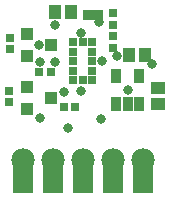
<source format=gts>
G04 Layer_Color=20142*
%FSLAX25Y25*%
%MOIN*%
G70*
G01*
G75*
%ADD24R,0.07000X0.11299*%
%ADD32R,0.02769X0.02769*%
%ADD33R,0.03477X0.03320*%
%ADD34R,0.04343X0.04737*%
%ADD35R,0.02965X0.03162*%
%ADD36R,0.04343X0.03950*%
%ADD37R,0.03162X0.02965*%
%ADD38R,0.04737X0.04343*%
%ADD39R,0.03359X0.05131*%
%ADD40C,0.07800*%
%ADD41C,0.03300*%
D24*
X408000Y146150D02*
D03*
X398000D02*
D03*
X388000D02*
D03*
X378000D02*
D03*
X368000D02*
D03*
D32*
X388000Y178201D02*
D03*
Y190799D02*
D03*
X391150Y178201D02*
D03*
Y181350D02*
D03*
X384850Y178201D02*
D03*
Y181350D02*
D03*
X391150Y190799D02*
D03*
X384850D02*
D03*
Y187650D02*
D03*
X391150D02*
D03*
Y184500D02*
D03*
X384850D02*
D03*
D33*
X389768Y200000D02*
D03*
X393232D02*
D03*
D34*
X378842Y201000D02*
D03*
X384157D02*
D03*
X408945Y186500D02*
D03*
X403630D02*
D03*
D35*
X377370Y181028D02*
D03*
X373433D02*
D03*
X385638Y169217D02*
D03*
X381701D02*
D03*
D36*
X377331Y189929D02*
D03*
X369457Y186189D02*
D03*
Y193669D02*
D03*
X377331Y172283D02*
D03*
X369457Y168543D02*
D03*
Y176024D02*
D03*
D37*
X363894Y192398D02*
D03*
Y188461D02*
D03*
X363394Y174752D02*
D03*
Y170815D02*
D03*
X398000Y189000D02*
D03*
Y192937D02*
D03*
Y200437D02*
D03*
Y196500D02*
D03*
D38*
X413000Y175657D02*
D03*
Y170343D02*
D03*
D39*
X399260Y170276D02*
D03*
X403000D02*
D03*
X406740D02*
D03*
Y179724D02*
D03*
X399260D02*
D03*
D40*
X368000Y151500D02*
D03*
X378000D02*
D03*
X388000D02*
D03*
X398000D02*
D03*
X408000D02*
D03*
D41*
X383276Y162130D02*
D03*
X373827Y165673D02*
D03*
X381701Y174335D02*
D03*
X378945Y184177D02*
D03*
X373827D02*
D03*
X373587Y189929D02*
D03*
X394299Y165279D02*
D03*
X399417Y186146D02*
D03*
X403000Y175083D02*
D03*
X411228Y183429D02*
D03*
X393500Y197500D02*
D03*
X387500Y174500D02*
D03*
X394500Y184500D02*
D03*
X387500Y194000D02*
D03*
X378842Y196658D02*
D03*
M02*

</source>
